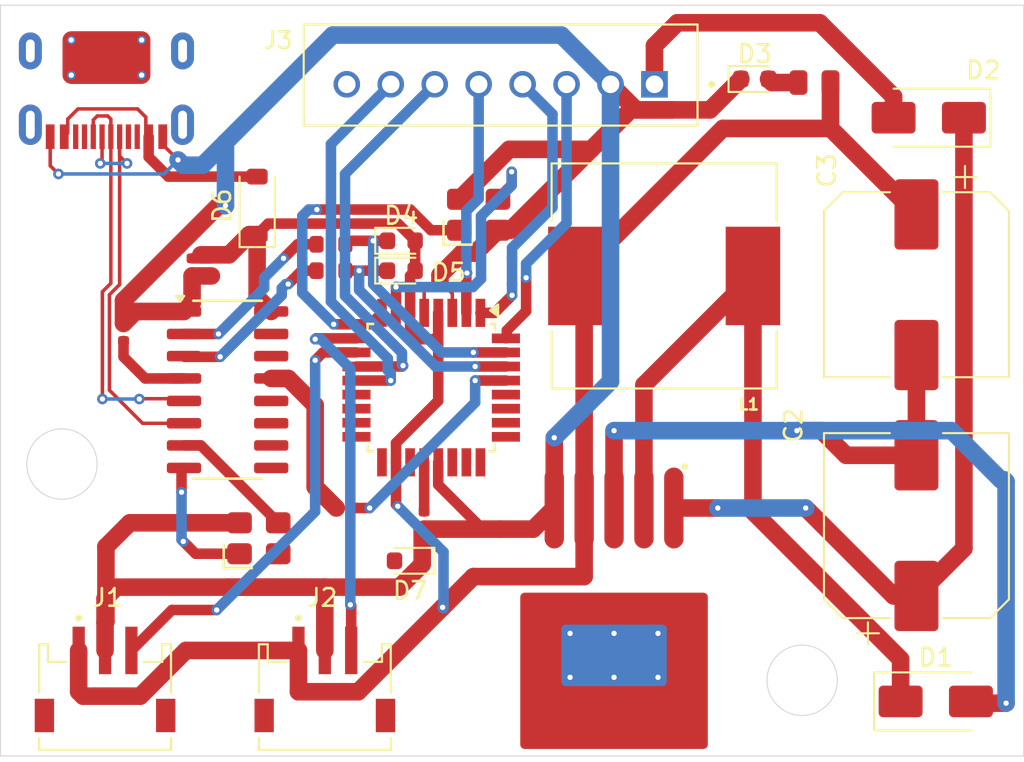
<source format=kicad_pcb>
(kicad_pcb (version 20241229) (generator "pcbnew") (generator_version "9.0")
  (layers (0 "F.Cu" signal) (2 "B.Cu" signal) (13 "F.Paste" user) (15 "B.Paste" user) (5 "F.SilkS" user "F.Silkscreen") (7 "B.SilkS" user "B.Silkscreen") (1 "F.Mask" user) (3 "B.Mask" user) (25 "Edge.Cuts" user))
  (net 0 "")
  (net 26 "GND")
  (net 27 "+5V")
  (net 28 "Net-(D1-K)")
  (net 29 "Net-(U2-AREF)")
  (net 30 "+3.3V")
  (net 31 "RESET")
  (net 32 "Net-(U1-~{DTR})")
  (net 33 "+12V")
  (net 34 "Net-(D2-K)")
  (net 35 "WS2812_D1")
  (net 36 "WS2812_D2")
  (net 37 "Net-(U1-UD-)")
  (net 39 "Net-(U1-UD+)")
  (net 47 "Net-(D3-A)")
  (net 48 "Net-(D5-K)")
  (net 49 "Net-(U1-RXD)")
  (net 50 "Net-(D4-K)")
  (net 51 "Net-(U1-TXD)")
  (net 52 "Net-(D7-A)")
  (net 53 "X00")
  (net 54 "X01")
  (net 55 "Night_Blinker")
  (net 56 "X1")
  (net 57 "Right_Blinker")
  (net 58 "Reverse_Light")
  (net 59 "Left_Blinker")
  (net 60 "Net-(U2-XTAL1{slash}PB6)")
  (net 61 "Brake_Light")
  (net 70 "Net-(D6-A)")
  (footprint "PCM_JLCPCB:C_0402" (layer "F.Cu") (at 157.1 55.5 90)
    (property "Reference" "C4" (hide yes))
    (property "Value" "100nF")
    (pad "1" smd roundrect (at -0.5 0 90) (size 0.56 0.62) (layers "F.Cu" "F.Mask" "F.Paste") (net 26 "GND"))
    (pad "2" smd roundrect (at 0.5 0 90) (size 0.56 0.62) (layers "F.Cu" "F.Mask" "F.Paste") (net 29 "Net-(U2-AREF)"))
  )
  (footprint "Capacitor_SMD:CP_Elec_10x10" (layer "F.Cu") (at 185.1 55.8 90)
    (property "Reference" "C2" (at 5.7 -7 90) (layer "F.SilkS"))
    (property "Value" "220uF 35V")
    (pad "1" smd roundrect (at -4 0 90) (size 4 2.5) (layers "F.Cu" "F.Mask" "F.Paste") (roundrect_rratio 0.1) (net 34 "Net-(D2-K)"))
    (pad "2" smd roundrect (at 4 0 90) (size 4 2.5) (layers "F.Cu" "F.Mask" "F.Paste") (roundrect_rratio 0.1) (net 26 "GND"))
  )
  (footprint "PCM_JLCPCB:PG-TO-263-5_L10.2-W8.7-P1.70-LS14.4-BR" (layer "F.Cu") (at 167.9 59.43 90)
    (property "Reference" "U4" (hide yes))
    (property "Value" "LM2576SX")
    (pad "1" smd oval (at 4.63 3.4 90) (size 4.6 1.1) (layers "F.Cu" "F.Mask" "F.Paste") (net 34 "Net-(D2-K)"))
    (pad "2" smd oval (at 4.63 1.7 90) (size 4.6 1.1) (layers "F.Cu" "F.Mask" "F.Paste") (net 28 "Net-(D1-K)"))
    (pad "3" smd oval (at 4.63 0 90) (size 4.6 1.1) (layers "F.Cu" "F.Mask" "F.Paste") (net 26 "GND"))
    (pad "4" smd oval (at 4.63 -1.7 90) (size 4.6 1.1) (layers "F.Cu" "F.Mask" "F.Paste") (net 27 "+5V"))
    (pad "5" smd oval (at 4.63 -3.4 90) (size 4.6 1.1) (layers "F.Cu" "F.Mask" "F.Paste") (net 26 "GND"))
    (pad "6" thru_hole circle (at -5 -2.5 180) (size 0.5 0.5) (drill 0.3) (layers "*.Cu" "F.Mask"))
    (pad "6" thru_hole circle (at -5 0 180) (size 0.5 0.5) (drill 0.3) (layers "*.Cu" "F.Mask"))
    (pad "6" thru_hole circle (at -5 2.5 180) (size 0.5 0.5) (drill 0.3) (layers "*.Cu" "F.Mask"))
    (pad "6" smd roundrect (at -4.63 0 90) (size 8.89 10.67) (layers "F.Cu" "F.Mask" "F.Paste") (roundrect_rratio 0.02812148481))
    (pad "6" smd roundrect (at -3.75 0 90) (size 3.5 6) (layers "B.Cu") (roundrect_rratio 0.07142857143))
    (pad "6" thru_hole circle (at -2.5 -2.5 180) (size 0.5 0.5) (drill 0.3) (layers "*.Cu" "F.Mask"))
    (pad "6" thru_hole circle (at -2.5 0 180) (size 0.5 0.5) (drill 0.3) (layers "*.Cu" "F.Mask"))
    (pad "6" thru_hole circle (at -2.5 2.5 180) (size 0.5 0.5) (drill 0.3) (layers "*.Cu" "F.Mask"))
  )
  (footprint "PCM_JLCPCB:C_0402" (layer "F.Cu") (at 143.9 41.1 -90)
    (property "Reference" "C1" (hide yes))
    (property "Value" "100nF")
    (pad "1" smd roundrect (at -0.5 0 270) (size 0.56 0.62) (layers "F.Cu" "F.Mask" "F.Paste") (net 27 "+5V"))
    (pad "2" smd roundrect (at 0.5 0 270) (size 0.56 0.62) (layers "F.Cu" "F.Mask" "F.Paste") (net 26 "GND"))
  )
  (footprint "PCM_JLCPCB:TYPE-C-SMD_HX-TYPE-C-16PIN" (layer "F.Cu") (at 139.03 31.18 180)
    (property "Reference" "J4" (hide yes))
    (property "Value" "Connector, USB-TYPE-C-16P")
    (pad "" np_thru_hole circle (at -2.89 -1.3 180) (size 0.6 0.6) (drill 0.6) (layers "*.Cu" "*.Mask"))
    (pad "" np_thru_hole circle (at 2.89 -1.3 180) (size 0.6 0.6) (drill 0.6) (layers "*.Cu" "*.Mask"))
    (pad "A5" smd rect (at -1.25 -2.5 180) (size 0.3 1.4) (layers "F.Cu" "F.Mask" "F.Paste"))
    (pad "A6" smd rect (at -0.25 -2.5 180) (size 0.3 1.4) (layers "F.Cu" "F.Mask" "F.Paste") (net 39 "Net-(U1-UD+)"))
    (pad "A7" smd rect (at 0.25 -2.5 180) (size 0.3 1.4) (layers "F.Cu" "F.Mask" "F.Paste") (net 37 "Net-(U1-UD-)"))
    (pad "A8" smd rect (at 1.25 -2.5 180) (size 0.3 1.4) (layers "F.Cu" "F.Mask" "F.Paste"))
    (pad "A9B4" smd rect (at 2.4 -2.5 180) (size 0.5 1.4) (layers "F.Cu" "F.Mask" "F.Paste") (net 70 "Net-(D6-A)"))
    (pad "A12B1" smd rect (at 3.2 -2.5 180) (size 0.5 1.4) (layers "F.Cu" "F.Mask" "F.Paste") (net 26 "GND"))
    (pad "B5" smd rect (at 1.75 -2.5 180) (size 0.3 1.4) (layers "F.Cu" "F.Mask" "F.Paste"))
    (pad "B6" smd rect (at 0.75 -2.5 180) (size 0.3 1.4) (layers "F.Cu" "F.Mask" "F.Paste") (net 39 "Net-(U1-UD+)"))
    (pad "B7" smd rect (at -0.75 -2.5 180) (size 0.3 1.4) (layers "F.Cu" "F.Mask" "F.Paste") (net 37 "Net-(U1-UD-)"))
    (pad "B8" smd rect (at -1.75 -2.5 180) (size 0.3 1.4) (layers "F.Cu" "F.Mask" "F.Paste"))
    (pad "B9A4" smd rect (at -2.4 -2.5 180) (size 0.5 1.4) (layers "F.Cu" "F.Mask" "F.Paste") (net 70 "Net-(D6-A)"))
    (pad "B12A1" smd rect (at -3.2 -2.5 180) (size 0.5 1.4) (layers "F.Cu" "F.Mask" "F.Paste") (net 26 "GND"))
    (pad "S1" thru_hole oval (at -4.33 -1.82 180) (size 1.3 2.3) (drill oval 0.5 1.6) (layers "*.Cu" "*.Mask"))
    (pad "S1" thru_hole oval (at -4.33 2.38 180) (size 1.3 2.1) (drill oval 0.5 1.3) (layers "*.Cu" "*.Mask"))
    (pad "S1" thru_hole circle (at -2 1 180) (size 0.5 0.5) (drill 0.3) (layers "*.Cu" "*.Mask"))
    (pad "S1" thru_hole circle (at -2 3 180) (size 0.5 0.5) (drill 0.3) (layers "*.Cu" "*.Mask"))
    (pad "S1" smd roundrect (at 0 2 180) (size 5 3) (layers "F.Cu" "F.Mask" "F.Paste") (roundrect_rratio 0.1666666667))
    (pad "S1" thru_hole circle (at 2 1 180) (size 0.5 0.5) (drill 0.3) (layers "*.Cu" "*.Mask"))
    (pad "S1" thru_hole circle (at 2 3 180) (size 0.5 0.5) (drill 0.3) (layers "*.Cu" "*.Mask"))
    (pad "S1" thru_hole oval (at 4.33 -1.82 180) (size 1.3 2.3) (drill oval 0.5 1.6) (layers "*.Cu" "*.Mask"))
    (pad "S1" thru_hole oval (at 4.33 2.38 180) (size 1.3 2.1) (drill oval 0.5 1.3) (layers "*.Cu" "*.Mask"))
  )
  (footprint "PCM_JLCPCB:OSC-SMD_4P-L3.2-W2.5-BL" (layer "F.Cu") (at 147.7 56.52)
    (property "Reference" "X2" (hide yes))
    (property "Value" "X322516MLB4SI")
    (pad "1" smd roundrect (at -1.1 0.88) (size 1.4 1.2) (layers "F.Cu" "F.Mask" "F.Paste") (roundrect_rratio 0.2083333333) (net 53 "X00"))
    (pad "2" smd roundrect (at 1.1 0.88) (size 1.4 1.2) (layers "F.Cu" "F.Mask" "F.Paste") (roundrect_rratio 0.2083333333) (net 26 "GND"))
    (pad "3" smd roundrect (at 1.1 -0.88) (size 1.4 1.2) (layers "F.Cu" "F.Mask" "F.Paste") (roundrect_rratio 0.2083333333) (net 54 "X01"))
    (pad "4" smd roundrect (at -1.1 -0.88) (size 1.4 1.2) (layers "F.Cu" "F.Mask" "F.Paste") (roundrect_rratio 0.2083333333) (net 26 "GND"))
  )
  (footprint "PCM_JLCPCB:C_0402" (layer "F.Cu") (at 145 41.1 -90)
    (property "Reference" "C10" (hide yes))
    (property "Value" "4.7uF")
    (pad "1" smd roundrect (at -0.5 0 270) (size 0.56 0.62) (layers "F.Cu" "F.Mask" "F.Paste") (net 27 "+5V"))
    (pad "2" smd roundrect (at 0.5 0 270) (size 0.56 0.62) (layers "F.Cu" "F.Mask" "F.Paste") (net 26 "GND"))
  )
  (footprint "PCM_JLCPCB:R_0603" (layer "F.Cu") (at 151.8 41.3 180)
    (property "Reference" "R2" (hide yes))
    (property "Value" "1kΩ")
    (pad "1" smd roundrect (at -0.82 0 180) (size 0.8 0.95) (layers "F.Cu" "F.Mask" "F.Paste") (net 48 "Net-(D5-K)"))
    (pad "2" smd roundrect (at 0.82 0 180) (size 0.8 0.95) (layers "F.Cu" "F.Mask" "F.Paste") (net 49 "Net-(U1-RXD)"))
  )
  (footprint "LED_SMD:LED_0603_1608Metric" (layer "F.Cu") (at 175.9 30.4)
    (property "Reference" "D3" (at 0 -1.43 0) (layer "F.SilkS"))
    (property "Value" "LED")
    (pad "1" smd roundrect (at -0.7875 0) (size 0.875 0.95) (layers "F.Cu" "F.Mask" "F.Paste") (net 26 "GND"))
    (pad "2" smd roundrect (at 0.7875 0) (size 0.875 0.95) (layers "F.Cu" "F.Mask" "F.Paste") (net 47 "Net-(D3-A)"))
  )
  (footprint "Diode_SMD:D_SOD-123" (layer "F.Cu") (at 147.6 37.6 90)
    (property "Reference" "D6" (at 0 -2 90) (layer "F.SilkS"))
    (property "Value" "MBR0520LT")
    (pad "1" smd roundrect (at -1.65 0 90) (size 0.9 1.2) (layers "F.Cu" "F.Mask" "F.Paste") (net 27 "+5V"))
    (pad "2" smd roundrect (at 1.65 0 90) (size 0.9 1.2) (layers "F.Cu" "F.Mask" "F.Paste") (net 70 "Net-(D6-A)"))
  )
  (footprint "LED_SMD:LED_0603_1608Metric" (layer "F.Cu") (at 156.2 57.8 180)
    (property "Reference" "D7" (at -0.1 -1.7 0) (layer "F.SilkS"))
    (property "Value" "LED")
    (pad "1" smd roundrect (at -0.7875 0 180) (size 0.875 0.95) (layers "F.Cu" "F.Mask" "F.Paste") (net 26 "GND"))
    (pad "2" smd roundrect (at 0.7875 0 180) (size 0.875 0.95) (layers "F.Cu" "F.Mask" "F.Paste") (net 52 "Net-(D7-A)"))
  )
  (footprint "LED_SMD:LED_0603_1608Metric" (layer "F.Cu") (at 155.8 39.6)
    (property "Reference" "D4" (at 0 -1.43 0) (layer "F.SilkS"))
    (property "Value" "LED")
    (pad "1" smd roundrect (at -0.7875 0) (size 0.875 0.95) (layers "F.Cu" "F.Mask" "F.Paste") (net 50 "Net-(D4-K)"))
    (pad "2" smd roundrect (at 0.7875 0) (size 0.875 0.95) (layers "F.Cu" "F.Mask" "F.Paste") (net 27 "+5V"))
  )
  (footprint "Capacitor_SMD:CP_Elec_10x10" (layer "F.Cu") (at 185.1 42.1 -90)
    (property "Reference" "C3" (at -6.5 5.1 90) (layer "F.SilkS"))
    (property "Value" "470uF 16V")
    (pad "1" smd roundrect (at -4 0 270) (size 4 2.5) (layers "F.Cu" "F.Mask" "F.Paste") (roundrect_rratio 0.1) (net 27 "+5V"))
    (pad "2" smd roundrect (at 4 0 270) (size 4 2.5) (layers "F.Cu" "F.Mask" "F.Paste") (roundrect_rratio 0.1) (net 26 "GND"))
  )
  (footprint "PCM_JLCPCB:C_0402" (layer "F.Cu") (at 152.6 54.8 180)
    (property "Reference" "C9" (hide yes))
    (property "Value" "100nF")
    (pad "1" smd roundrect (at -0.5 0 180) (size 0.56 0.62) (layers "F.Cu" "F.Mask" "F.Paste") (net 31 "RESET"))
    (pad "2" smd roundrect (at 0.5 0 180) (size 0.56 0.62) (layers "F.Cu" "F.Mask" "F.Paste") (net 32 "Net-(U1-~{DTR})"))
  )
  (footprint "S3B-ZR-SM4A-TF:JST_S3B-ZR-SM4A-TF" (layer "F.Cu") (at 151.45 66.6)
    (property "Reference" "J2" (at -0.15 -6.7 0) (layer "F.SilkS"))
    (property "Value" "S3B-ZR-SM4A-TF")
    (pad "1" smd rect (at -1.5 -3.7) (size 0.7 2.7) (layers "F.Cu" "F.Mask" "F.Paste") (net 27 "+5V"))
    (pad "2" smd rect (at 0 -3.7) (size 0.7 2.7) (layers "F.Cu" "F.Mask" "F.Paste") (net 26 "GND"))
    (pad "3" smd rect (at 1.5 -3.7) (size 0.7 2.7) (layers "F.Cu" "F.Mask" "F.Paste") (net 36 "WS2812_D2"))
    (pad "SH1" smd rect (at -3.45 0) (size 1.1 1.9) (layers "F.Cu" "F.Mask" "F.Paste"))
    (pad "SH2" smd rect (at 3.45 0) (size 1.1 1.9) (layers "F.Cu" "F.Mask" "F.Paste"))
  )
  (footprint "PCM_JLCPCB:OSC-SMD_4P-L3.2-W2.5-BL" (layer "F.Cu") (at 160.2 38.12)
    (property "Reference" "X1" (hide yes))
    (property "Value" "X322516MLB4SI")
    (pad "1" smd roundrect (at -1.1 0.88) (size 1.4 1.2) (layers "F.Cu" "F.Mask" "F.Paste") (roundrect_rratio 0.2083333333) (net 56 "X1"))
    (pad "2" smd roundrect (at 1.1 0.88) (size 1.4 1.2) (layers "F.Cu" "F.Mask" "F.Paste") (roundrect_rratio 0.2083333333) (net 26 "GND"))
    (pad "3" smd roundrect (at 1.1 -0.88) (size 1.4 1.2) (layers "F.Cu" "F.Mask" "F.Paste") (roundrect_rratio 0.2083333333) (net 60 "Net-(U2-XTAL1{slash}PB6)"))
    (pad "4" smd roundrect (at -1.1 -0.88) (size 1.4 1.2) (layers "F.Cu" "F.Mask" "F.Paste") (roundrect_rratio 0.2083333333) (net 26 "GND"))
  )
  (footprint "PCM_JLCPCB:TQFP-32_7x7mm_P0.8mm" (layer "F.Cu") (at 157.5 47.95 -90)
    (property "Reference" "U2" (hide yes))
    (property "Value" "ATmega328P-AU")
    (pad "1" smd rect (at -4.25 -2.8 270) (size 1.6 0.55) (layers "F.Cu" "F.Mask" "F.Paste") (net 57 "Right_Blinker"))
    (pad "2" smd rect (at -4.25 -2 270) (size 1.6 0.55) (layers "F.Cu" "F.Mask" "F.Paste") (net 61 "Brake_Light"))
    (pad "3" smd rect (at -4.25 -1.2 270) (size 1.6 0.55) (layers "F.Cu" "F.Mask" "F.Paste") (net 26 "GND"))
    (pad "4" smd rect (at -4.25 -0.4 270) (size 1.6 0.55) (layers "F.Cu" "F.Mask" "F.Paste") (net 27 "+5V"))
    (pad "5" smd rect (at -4.25 0.4 270) (size 1.6 0.55) (layers "F.Cu" "F.Mask" "F.Paste") (net 26 "GND"))
    (pad "6" smd rect (at -4.25 1.2 270) (size 1.6 0.55) (layers "F.Cu" "F.Mask" "F.Paste") (net 27 "+5V"))
    (pad "7" smd rect (at -4.25 2 270) (size 1.6 0.55) (layers "F.Cu" "F.Mask" "F.Paste") (net 60 "Net-(U2-XTAL1{slash}PB6)"))
    (pad "8" smd rect (at -4.25 2.8 270) (size 1.6 0.55) (layers "F.Cu" "F.Mask" "F.Paste") (net 56 "X1"))
    (pad "9" smd rect (at -2.8 4.25) (size 1.6 0.55) (layers "F.Cu" "F.Mask" "F.Paste") (net 36 "WS2812_D2"))
    (pad "10" smd rect (at -2 4.25) (size 1.6 0.55) (layers "F.Cu" "F.Mask" "F.Paste") (net 35 "WS2812_D1"))
    (pad "11" smd rect (at -1.2 4.25) (size 1.6 0.55) (layers "F.Cu" "F.Mask" "F.Paste") (net 55 "Night_Blinker"))
    (pad "12" smd rect (at -0.4 4.25) (size 1.6 0.55) (layers "F.Cu" "F.Mask" "F.Paste") (net 58 "Reverse_Light"))
    (pad "13" smd rect (at 0.4 4.25) (size 1.6 0.55) (layers "F.Cu" "F.Mask" "F.Paste"))
    (pad "14" smd rect (at 1.2 4.25) (size 1.6 0.55) (layers "F.Cu" "F.Mask" "F.Paste"))
    (pad "15" smd rect (at 2 4.25) (size 1.6 0.55) (layers "F.Cu" "F.Mask" "F.Paste"))
    (pad "16" smd rect (at 2.8 4.25) (size 1.6 0.55) (layers "F.Cu" "F.Mask" "F.Paste"))
    (pad "17" smd rect (at 4.25 2.8 270) (size 1.6 0.55) (layers "F.Cu" "F.Mask" "F.Paste"))
    (pad "18" smd rect (at 4.25 2 270) (size 1.6 0.55) (layers "F.Cu" "F.Mask" "F.Paste") (net 27 "+5V"))
    (pad "19" smd rect (at 4.25 1.2 270) (size 1.6 0.55) (layers "F.Cu" "F.Mask" "F.Paste"))
    (pad "20" smd rect (at 4.25 0.4 270) (size 1.6 0.55) (layers "F.Cu" "F.Mask" "F.Paste") (net 29 "Net-(U2-AREF)"))
    (pad "21" smd rect (at 4.25 -0.4 270) (size 1.6 0.55) (layers "F.Cu" "F.Mask" "F.Paste") (net 26 "GND"))
    (pad "22" smd rect (at 4.25 -1.2 270) (size 1.6 0.55) (layers "F.Cu" "F.Mask" "F.Paste"))
    (pad "23" smd rect (at 4.25 -2 270) (size 1.6 0.55) (layers "F.Cu" "F.Mask" "F.Paste"))
    (pad "24" smd rect (at 4.25 -2.8 270) (size 1.6 0.55) (layers "F.Cu" "F.Mask" "F.Paste"))
    (pad "25" smd rect (at 2.8 -4.25) (size 1.6 0.55) (layers "F.Cu" "F.Mask" "F.Paste"))
    (pad "26" smd rect (at 2 -4.25) (size 1.6 0.55) (layers "F.Cu" "F.Mask" "F.Paste"))
    (pad "27" smd rect (at 1.2 -4.25) (size 1.6 0.55) (layers "F.Cu" "F.Mask" "F.Paste"))
    (pad "28" smd rect (at 0.4 -4.25) (size 1.6 0.55) (layers "F.Cu" "F.Mask" "F.Paste"))
    (pad "29" smd rect (at -0.4 -4.25) (size 1.6 0.55) (layers "F.Cu" "F.Mask" "F.Paste") (net 31 "RESET"))
    (pad "30" smd rect (at -1.2 -4.25) (size 1.6 0.55) (layers "F.Cu" "F.Mask" "F.Paste") (net 48 "Net-(D5-K)"))
    (pad "31" smd rect (at -2 -4.25) (size 1.6 0.55) (layers "F.Cu" "F.Mask" "F.Paste") (net 50 "Net-(D4-K)"))
    (pad "32" smd rect (at -2.8 -4.25) (size 1.6 0.55) (layers "F.Cu" "F.Mask" "F.Paste") (net 59 "Left_Blinker"))
  )
  (footprint "LED_SMD:LED_0603_1608Metric" (layer "F.Cu") (at 155.8 41.3)
    (property "Reference" "D5" (at 2.7 0.1 0) (layer "F.SilkS"))
    (property "Value" "LED")
    (pad "1" smd roundrect (at -0.7875 0) (size 0.875 0.95) (layers "F.Cu" "F.Mask" "F.Paste") (net 48 "Net-(D5-K)"))
    (pad "2" smd roundrect (at 0.7875 0) (size 0.875 0.95) (layers "F.Cu" "F.Mask" "F.Paste") (net 27 "+5V"))
  )
  (footprint "JST XH:CONN 8 JST_B8B-XH-A" (layer "F.Cu") (at 161.45 30.175)
    (property "Reference" "J3" (at -12.65 -1.975 0) (layer "F.SilkS") (effects (font (size 0.944882 0.944882))))
    (property "Value" "B8B-XH-A")
    (pad "1" thru_hole rect (at 8.75 0.525) (size 1.508 1.508) (drill 1) (layers "*.Cu" "*.Mask") (net 33 "+12V"))
    (pad "2" thru_hole circle (at 6.25 0.525) (size 1.508 1.508) (drill 1) (layers "*.Cu" "*.Mask") (net 26 "GND"))
    (pad "3" thru_hole circle (at 3.75 0.525) (size 1.508 1.508) (drill 1) (layers "*.Cu" "*.Mask") (net 59 "Left_Blinker"))
    (pad "4" thru_hole circle (at 1.25 0.525) (size 1.508 1.508) (drill 1) (layers "*.Cu" "*.Mask") (net 57 "Right_Blinker"))
    (pad "5" thru_hole circle (at -1.25 0.525) (size 1.508 1.508) (drill 1) (layers "*.Cu" "*.Mask") (net 61 "Brake_Light"))
    (pad "6" thru_hole circle (at -3.75 0.525) (size 1.508 1.508) (drill 1) (layers "*.Cu" "*.Mask") (net 55 "Night_Blinker"))
    (pad "7" thru_hole circle (at -6.25 0.525) (size 1.508 1.508) (drill 1) (layers "*.Cu" "*.Mask") (net 58 "Reverse_Light"))
    (pad "8" thru_hole circle (at -8.75 0.525) (size 1.508 1.508) (drill 1) (layers "*.Cu" "*.Mask"))
  )
  (footprint "B82477G4472M000:IND_B82477G4472M000" (layer "F.Cu") (at 170.75 41.6 180)
    (property "Reference" "L1" (at -4.818 -7.3064 0) (layer "F.SilkS") (effects (font (size 0.64 0.64))))
    (property "Value" "100uH")
    (pad "1" smd rect (at -5.05 0 180) (size 3.1 5.6) (layers "F.Cu" "F.Mask" "F.Paste") (net 28 "Net-(D1-K)"))
    (pad "2" smd rect (at 5.05 0 180) (size 3.1 5.6) (layers "F.Cu" "F.Mask" "F.Paste") (net 27 "+5V"))
  )
  (footprint "S3B-ZR-SM4A-TF:JST_S3B-ZR-SM4A-TF" (layer "F.Cu") (at 138.95 66.6)
    (property "Reference" "J1" (at 0.15 -6.7 0) (layer "F.SilkS"))
    (property "Value" "S3B-ZR-SM4A-TF")
    (pad "1" smd rect (at -1.5 -3.7) (size 0.7 2.7) (layers "F.Cu" "F.Mask" "F.Paste") (net 27 "+5V"))
    (pad "2" smd rect (at 0 -3.7) (size 0.7 2.7) (layers "F.Cu" "F.Mask" "F.Paste") (net 26 "GND"))
    (pad "3" smd rect (at 1.5 -3.7) (size 0.7 2.7) (layers "F.Cu" "F.Mask" "F.Paste") (net 35 "WS2812_D1"))
    (pad "SH1" smd rect (at -3.45 0) (size 1.1 1.9) (layers "F.Cu" "F.Mask" "F.Paste"))
    (pad "SH2" smd rect (at 3.45 0) (size 1.1 1.9) (layers "F.Cu" "F.Mask" "F.Paste"))
  )
  (footprint "PCM_JLCPCB:R_0805" (layer "F.Cu") (at 179.3 30.6 180)
    (property "Reference" "R1" (hide yes))
    (property "Value" "150Ω")
    (pad "1" smd roundrect (at -0.91 0 180) (size 1.02 1.4) (layers "F.Cu" "F.Mask" "F.Paste") (roundrect_rratio 0.243902) (net 27 "+5V"))
    (pad "2" smd roundrect (at 0.91 0 180) (size 1.02 1.4) (layers "F.Cu" "F.Mask" "F.Paste") (roundrect_rratio 0.243902) (net 47 "Net-(D3-A)"))
  )
  (footprint "PCM_JLCPCB:C_0402" (layer "F.Cu") (at 140 44.8 -90)
    (property "Reference" "C6" (hide yes))
    (property "Value" "100nF")
    (pad "1" smd roundrect (at -0.5 0 270) (size 0.56 0.62) (layers "F.Cu" "F.Mask" "F.Paste") (net 26 "GND"))
    (pad "2" smd roundrect (at 0.5 0 270) (size 0.56 0.62) (layers "F.Cu" "F.Mask" "F.Paste") (net 30 "+3.3V"))
  )
  (footprint "PCM_JLCPCB:SOIC-16_3.9x9.9mm_P1.27mm" (layer "F.Cu") (at 145.92 48.07)
    (property "Reference" "U1" (hide yes))
    (property "Value" "CH340G")
    (pad "1" smd roundrect (at -2.48 -4.45) (size 1.95 0.6) (layers "F.Cu" "F.Mask" "F.Paste") (net 26 "GND"))
    (pad "2" smd roundrect (at -2.48 -3.17) (size 1.95 0.6) (layers "F.Cu" "F.Mask" "F.Paste") (net 51 "Net-(U1-TXD)"))
    (pad "3" smd roundrect (at -2.48 -1.91) (size 1.95 0.6) (layers "F.Cu" "F.Mask" "F.Paste") (net 49 "Net-(U1-RXD)"))
    (pad "4" smd roundrect (at -2.48 -0.64) (size 1.95 0.6) (layers "F.Cu" "F.Mask" "F.Paste") (net 30 "+3.3V"))
    (pad "5" smd roundrect (at -2.48 0.64) (size 1.95 0.6) (layers "F.Cu" "F.Mask" "F.Paste") (net 39 "Net-(U1-UD+)"))
    (pad "6" smd roundrect (at -2.48 1.91) (size 1.95 0.6) (layers "F.Cu" "F.Mask" "F.Paste") (net 37 "Net-(U1-UD-)"))
    (pad "7" smd roundrect (at -2.48 3.17) (size 1.95 0.6) (layers "F.Cu" "F.Mask" "F.Paste") (net 54 "X01"))
    (pad "8" smd roundrect (at -2.48 4.45) (size 1.95 0.6) (layers "F.Cu" "F.Mask" "F.Paste") (net 53 "X00"))
    (pad "9" smd roundrect (at 2.48 4.45) (size 1.95 0.6) (layers "F.Cu" "F.Mask" "F.Paste"))
    (pad "10" smd roundrect (at 2.48 3.17) (size 1.95 0.6) (layers "F.Cu" "F.Mask" "F.Paste"))
    (pad "11" smd roundrect (at 2.48 1.91) (size 1.95 0.6) (layers "F.Cu" "F.Mask" "F.Paste"))
    (pad "12" smd roundrect (at 2.48 0.64) (size 1.95 0.6) (layers "F.Cu" "F.Mask" "F.Paste"))
    (pad "13" smd roundrect (at 2.48 -0.64) (size 1.95 0.6) (layers "F.Cu" "F.Mask" "F.Paste") (net 32 "Net-(U1-~{DTR})"))
    (pad "14" smd roundrect (at 2.48 -1.91) (size 1.95 0.6) (layers "F.Cu" "F.Mask" "F.Paste"))
    (pad "15" smd roundrect (at 2.48 -3.17) (size 1.95 0.6) (layers "F.Cu" "F.Mask" "F.Paste"))
    (pad "16" smd roundrect (at 2.48 -4.45) (size 1.95 0.6) (layers "F.Cu" "F.Mask" "F.Paste") (net 27 "+5V"))
  )
  (footprint "Diode_SMD:D_SMA" (layer "F.Cu") (at 186.2 65.8)
    (property "Reference" "D1" (at 0 -2.5 0) (layer "F.SilkS"))
    (property "Value" "SS14")
    (pad "1" smd roundrect (at -2 0) (size 2.5 1.8) (layers "F.Cu" "F.Mask" "F.Paste") (roundrect_rratio 0.1388888889) (net 28 "Net-(D1-K)"))
    (pad "2" smd roundrect (at 2 0) (size 2.5 1.8) (layers "F.Cu" "F.Mask" "F.Paste") (roundrect_rratio 0.1388888889) (net 26 "GND"))
  )
  (footprint "Diode_SMD:D_SMA" (layer "F.Cu") (at 185.8 32.6 180)
    (property "Reference" "D2" (at -3.1 2.7 0) (layer "F.SilkS"))
    (property "Value" "SS14")
    (pad "1" smd roundrect (at -2 0 180) (size 2.5 1.8) (layers "F.Cu" "F.Mask" "F.Paste") (roundrect_rratio 0.1388888889) (net 34 "Net-(D2-K)"))
    (pad "2" smd roundrect (at 2 0 180) (size 2.5 1.8) (layers "F.Cu" "F.Mask" "F.Paste") (roundrect_rratio 0.1388888889) (net 33 "+12V"))
  )
  (footprint "PCM_JLCPCB:R_0603" (layer "F.Cu") (at 151.8 39.8 180)
    (property "Reference" "R3" (hide yes))
    (property "Value" "1kΩ")
    (pad "1" smd roundrect (at -0.82 0 180) (size 0.8 0.95) (layers "F.Cu" "F.Mask" "F.Paste") (net 50 "Net-(D4-K)"))
    (pad "2" smd roundrect (at 0.82 0 180) (size 0.8 0.95) (layers "F.Cu" "F.Mask" "F.Paste") (net 51 "Net-(U1-TXD)"))
  )
  (gr_rect (start 133 26.2) (end 191.2 68.9) (stroke (width 0.05)) (fill no) (layer "Edge.Cuts"))
  (gr_circle (center 136.5 52.3) (end 136.5 54.3) (stroke (width 0.05)) (fill no) (layer "Edge.Cuts"))
  (gr_circle (center 178.6 64.6) (end 180.2 65.8) (stroke (width 0.05)) (fill no) (layer "Edge.Cuts"))
  (segment (start 157.7 41.9) (end 158 41.9) (width 0.2) (layer "F.Cu") (net 26))
  (segment (start 168.845 32.155) (end 171.2 32.155) (width 1) (layer "F.Cu") (net 26))
  (segment (start 145.396764 37.6) (end 145.8 37.6) (width 1) (layer "F.Cu") (net 26))
  (segment (start 159.999 40.301) (end 159.250596 40.301) (width 1) (layer "F.Cu") (net 26))
  (segment (start 188.3 65.9) (end 188.2 65.8) (width 1) (layer "F.Cu") (net 26))
  (segment (start 139 57) (end 139 61.25) (width 1) (layer "F.Cu") (net 26))
  (segment (start 158 41.9) (end 158.7 42.6) (width 0.2) (layer "F.Cu") (net 26))
  (segment (start 173.3575 32.155) (end 171.2 32.155) (width 1) (layer "F.Cu") (net 26))
  (segment (start 156.9875 58.006784) (end 155.694284 59.3) (width 1) (layer "F.Cu") (net 26))
  (segment (start 159.250596 40.301) (end 158 41.551596) (width 1) (layer "F.Cu") (net 26))
  (segment (start 158.7 42.6) (end 158.7 43.7) (width 0.2) (layer "F.Cu") (net 26))
  (segment (start 143.1 35) (end 142.23 34.13) (width 0.2) (layer "F.Cu") (net 26))
  (segment (start 164.5 54.8) (end 164.5 50.8) (width 1) (layer "F.Cu") (net 26))
  (segment (start 140 42.996764) (end 145.396764 37.6) (width 1) (layer "F.Cu") (net 26))
  (segment (start 157.1 43.7) (end 157.1 42.5) (width 0.2) (layer "F.Cu") (net 26))
  (segment (start 138.95 61.3) (end 138.95 62.9) (width 1) (layer "F.Cu") (net 26))
  (segment (start 140 44.3) (end 140 42.996764) (width 1) (layer "F.Cu") (net 26))
  (segment (start 169.155 32.155) (end 167.7 30.7) (width 1) (layer "F.Cu") (net 26))
  (segment (start 156.9875 56.1125) (end 157.1 56) (width 1) (layer "F.Cu") (net 26))
  (segment (start 161.3 39) (end 159.999 40.301) (width 1) (layer "F.Cu") (net 26))
  (segment (start 140.68 43.62) (end 140 44.3) (width 1) (layer "F.Cu") (net 26))
  (segment (start 145.9 59.3) (end 139.6 59.3) (width 1) (layer "F.Cu") (net 26))
  (segment (start 164.5 54.8) (end 163.3 56) (width 1) (layer "F.Cu") (net 26))
  (segment (start 157.9 53.477) (end 160.423 56) (width 0.6) (layer "F.Cu") (net 26))
  (segment (start 143.44 43.62) (end 140.68 43.62) (width 1) (layer "F.Cu") (net 26))
  (segment (start 161.3 39) (end 162 39) (width 1) (layer "F.Cu") (net 26))
  (segment (start 163.3 56) (end 161.4 56) (width 1) (layer "F.Cu") (net 26))
  (segment (start 155.694284 59.3) (end 145.9 59.3) (width 1) (layer "F.Cu") (net 26))
  (segment (start 145 41.6) (end 143.9 41.6) (width 1) (layer "F.Cu") (net 26))
  (segment (start 167.9 50.4) (end 167.9 54.8) (width 1) (layer "F.Cu") (net 26))
  (segment (start 175.1125 30.4) (end 173.3575 32.155) (width 1) (layer "F.Cu") (net 26))
  (segment (start 146.6 55.64) (end 140.36 55.64) (width 1) (layer "F.Cu") (net 26))
  (segment (start 166.6 34.4) (end 168.845 32.155) (width 1) (layer "F.Cu") (net 26))
  (segment (start 135.83 35.33) (end 136.3 35.8) (width 0.2) (layer "F.Cu") (net 26))
  (segment (start 161.4 56) (end 157.1 56) (width 1) (layer "F.Cu") (net 26))
  (segment (start 160.423 56) (end 161.4 56) (width 0.6) (layer "F.Cu") (net 26))
  (segment (start 181.1 51.8) (end 185.1 51.8) (width 1) (layer "F.Cu") (net 26))
  (segment (start 178.3 50.4) (end 179.7 50.4) (width 1) (layer "F.Cu") (net 26))
  (segment (start 139 61.25) (end 138.95 61.3) (width 1) (layer "F.Cu") (net 26))
  (segment (start 171.2 32.155) (end 169.155 32.155) (width 1) (layer "F.Cu") (net 26))
  (segment (start 140.36 55.64) (end 139 57) (width 1) (layer "F.Cu") (net 26))
  (segment (start 190.199 65.9) (end 188.3 65.9) (width 1) (layer "F.Cu") (net 26))
  (segment (start 156.9875 57.8) (end 156.9875 56.1125) (width 1) (layer "F.Cu") (net 26))
  (segment (start 151.45 62.9) (end 151.45 59.3) (width 1) (layer "F.Cu") (net 26))
  (segment (start 151.45 59.3) (end 145.9 59.3) (width 1) (layer "F.Cu") (net 26))
  (segment (start 143.9 41.6) (end 143.9 43.16) (width 1) (layer "F.Cu") (net 26))
  (segment (start 185.1 51.8) (end 185.1 46.1) (width 1) (layer "F.Cu") (net 26))
  (segment (start 143.9 43.16) (end 143.44 43.62) (width 1) (layer "F.Cu") (net 26))
  (segment (start 159.1 37.24) (end 161.94 34.4) (width 1) (layer "F.Cu") (net 26))
  (segment (start 158 41.551596) (end 158 41.9) (width 1) (layer "F.Cu") (net 26))
  (segment (start 162 39) (end 166.6 34.4) (width 1) (layer "F.Cu") (net 26))
  (segment (start 179.7 50.4) (end 181.1 51.8) (width 1) (layer "F.Cu") (net 26))
  (segment (start 135.83 33.68) (end 135.83 35.33) (width 0.2) (layer "F.Cu") (net 26))
  (segment (start 157.9 52.2) (end 157.9 53.477) (width 0.6) (layer "F.Cu") (net 26))
  (segment (start 139.6 59.3) (end 138.95 59.95) (width 1) (layer "F.Cu") (net 26))
  (segment (start 142.23 34.13) (end 142.23 33.68) (width 0.2) (layer "F.Cu") (net 26))
  (segment (start 161.94 34.4) (end 166.6 34.4) (width 1) (layer "F.Cu") (net 26))
  (segment (start 138.95 59.95) (end 138.95 61.3) (width 1) (layer "F.Cu") (net 26))
  (segment (start 156.9875 57.8) (end 156.9875 58.006784) (width 1) (layer "F.Cu") (net 26))
  (segment (start 157.1 42.5) (end 157.7 41.9) (width 0.2) (layer "F.Cu") (net 26))
  (via (at 190.199 65.9) (size 0.6) (drill 0.3) (layers "F.Cu" "B.Cu") (net 26))
  (via (at 164.5 50.8) (size 0.6) (drill 0.3) (layers "F.Cu" "B.Cu") (net 26))
  (via (at 178.3 50.4) (size 0.6) (drill 0.3) (layers "F.Cu" "B.Cu") (net 26))
  (via (at 143.1 35) (size 0.6) (drill 0.3) (layers "F.Cu" "B.Cu") (net 26))
  (via (at 145.8 37.6) (size 0.6) (drill 0.3) (layers "F.Cu" "B.Cu") (net 26))
  (via (at 167.9 50.4) (size 0.6) (drill 0.3) (layers "F.Cu" "B.Cu") (net 26))
  (via (at 136.3 35.8) (size 0.6) (drill 0.3) (layers "F.Cu" "B.Cu") (net 26))
  (segment (start 143.4 35.3) (end 143.1 35) (width 1) (layer "B.Cu") (net 26))
  (segment (start 145.8 34) (end 144.5 35.3) (width 1) (layer "B.Cu") (net 26))
  (segment (start 190.199 53.299) (end 190.199 65.9) (width 1) (layer "B.Cu") (net 26))
  (segment (start 142.3 35.8) (end 143.1 35) (width 0.2) (layer "B.Cu") (net 26))
  (segment (start 178.3 50.4) (end 167.9 50.4) (width 1) (layer "B.Cu") (net 26))
  (segment (start 178.3 50.4) (end 187.1 50.4) (width 1) (layer "B.Cu") (net 26))
  (segment (start 189.9 53.2) (end 190.1 53.2) (width 1) (layer "B.Cu") (net 26))
  (segment (start 164.9 27.9) (end 167.7 30.7) (width 1) (layer "B.Cu") (net 26))
  (segment (start 167.7 47.6) (end 167.7 30.7) (width 1) (layer "B.Cu") (net 26))
  (segment (start 136.3 35.8) (end 142.3 35.8) (width 0.2) (layer "B.Cu") (net 26))
  (segment (start 145.8 34) (end 151.9 27.9) (width 1) (layer "B.Cu") (net 26))
  (segment (start 144.5 35.3) (end 143.4 35.3) (width 1) (layer "B.Cu") (net 26))
  (segment (start 187.1 50.4) (end 189.9 53.2) (width 1) (layer "B.Cu") (net 26))
  (segment (start 190.1 53.2) (end 190.199 53.299) (width 1) (layer "B.Cu") (net 26))
  (segment (start 164.5 50.8) (end 167.7 47.6) (width 1) (layer "B.Cu") (net 26))
  (segment (start 145.8 37.6) (end 145.8 34) (width 1) (layer "B.Cu") (net 26))
  (segment (start 151.9 27.9) (end 164.9 27.9) (width 1) (layer "B.Cu") (net 26))
  (segment (start 155.5 52.2) (end 155.5 51.1) (width 0.6) (layer "F.Cu") (net 27))
  (segment (start 174.09 33.21) (end 180.21 33.21) (width 1) (layer "F.Cu") (net 27))
  (segment (start 156.3 44.7) (end 156.3 43.7) (width 0.6) (layer "F.Cu") (net 27))
  (segment (start 147.6 39.25) (end 147.15 39.25) (width 1) (layer "F.Cu") (net 27))
  (segment (start 147.6 39.25) (end 147.6 42.82) (width 1) (layer "F.Cu") (net 27))
  (segment (start 156.5875 41.3) (end 156.3 41.5875) (width 0.6) (layer "F.Cu") (net 27))
  (segment (start 156.5875 39.6) (end 155.6115 38.624) (width 0.6) (layer "F.Cu") (net 27))
  (segment (start 157.677 45.2) (end 157.1 45.2) (width 0.6) (layer "F.Cu") (net 27))
  (segment (start 165.7 41.6) (end 166.2 42.1) (width 1) (layer "F.Cu") (net 27))
  (segment (start 156.3 41.5875) (end 156.3 43.7) (width 0.6) (layer "F.Cu") (net 27))
  (segment (start 137.7 65.5) (end 137.45 65.25) (width 1) (layer "F.Cu") (net 27))
  (segment (start 140.952 65.5) (end 137.7 65.5) (width 1) (layer "F.Cu") (net 27))
  (segment (start 156.5875 39.6) (end 156.5875 41.3) (width 0.6) (layer "F.Cu") (net 27))
  (segment (start 165.7 41.6) (end 174.09 33.21) (width 1) (layer "F.Cu") (net 27))
  (segment (start 148.226 38.624) (end 147.6 39.25) (width 0.6) (layer "F.Cu") (net 27))
  (segment (start 146.001 40.399) (end 144.4 40.399) (width 1) (layer "F.Cu") (net 27))
  (segment (start 159.898 58.7) (end 166.2 58.7) (width 1) (layer "F.Cu") (net 27))
  (segment (start 157.9 48.7) (end 157.9 43.7) (width 0.6) (layer "F.Cu") (net 27))
  (segment (start 149.95 65.25) (end 153.348 65.25) (width 1) (layer "F.Cu") (net 27))
  (segment (start 149.95 62.9) (end 143.552 62.9) (width 1) (layer "F.Cu") (net 27))
  (segment (start 155.5 54.6) (end 155.6 54.7) (width 0.6) (layer "F.Cu") (net 27))
  (segment (start 180.21 33.21) (end 185.1 38.1) (width 1) (layer "F.Cu") (net 27))
  (segment (start 155.5 52.2) (end 155.5 54.6) (width 0.6) (layer "F.Cu") (net 27))
  (segment (start 180.21 30.6) (end 180.21 33.21) (width 1) (layer "F.Cu") (net 27))
  (segment (start 158.149 60.449) (end 159.898 58.7) (width 1) (layer "F.Cu") (net 27))
  (segment (start 157.1 45.2) (end 156.8 45.2) (width 0.6) (layer "F.Cu") (net 27))
  (segment (start 143.552 62.9) (end 140.952 65.5) (width 1) (layer "F.Cu") (net 27))
  (segment (start 155.5 51.1) (end 157.9 48.7) (width 0.6) (layer "F.Cu") (net 27))
  (segment (start 157.9 44.977) (end 157.677 45.2) (width 0.6) (layer "F.Cu") (net 27))
  (segment (start 166.2 58.7) (end 166.2 54.8) (width 1) (layer "F.Cu") (net 27))
  (segment (start 153.348 65.25) (end 158.149 60.449) (width 1) (layer "F.Cu") (net 27))
  (segment (start 157.9 43.7) (end 157.9 44.977) (width 0.6) (layer "F.Cu") (net 27))
  (segment (start 137.45 65.25) (end 137.45 62.9) (width 1) (layer "F.Cu") (net 27))
  (segment (start 156.8 45.2) (end 156.3 44.7) (width 0.6) (layer "F.Cu") (net 27))
  (segment (start 147.15 39.25) (end 146.001 40.399) (width 1) (layer "F.Cu") (net 27))
  (segment (start 149.95 62.9) (end 149.95 65.25) (width 1) (layer "F.Cu") (net 27))
  (segment (start 147.6 42.82) (end 148.4 43.62) (width 1) (layer "F.Cu") (net 27))
  (segment (start 143.9 40.6) (end 145 40.6) (width 0.6) (layer "F.Cu") (net 27))
  (segment (start 166.2 42.1) (end 166.2 54.8) (width 1) (layer "F.Cu") (net 27))
  (segment (start 155.6115 38.624) (end 148.226 38.624) (width 0.6) (layer "F.Cu") (net 27))
  (via (at 155.6 54.7) (size 0.6) (drill 0.3) (layers "F.Cu" "B.Cu") (net 27))
  (via (at 158.149 60.449) (size 0.6) (drill 0.3) (layers "F.Cu" "B.Cu") (net 27))
  (segment (start 158.2 57.3) (end 158.2 60.5) (width 0.6) (layer "B.Cu") (net 27))
  (segment (start 158.2 60.5) (end 158.149 60.449) (width 0.6) (layer "B.Cu") (net 27))
  (segment (start 155.6 54.7) (end 158.2 57.3) (width 0.6) (layer "B.Cu") (net 27))
  (segment (start 184.2 63.4) (end 175.8 55) (width 1) (layer "F.Cu") (net 28))
  (segment (start 175.8 55) (end 175.8 41.6) (width 1) (layer "F.Cu") (net 28))
  (segment (start 169.6 47.8) (end 169.6 54.8) (width 1) (layer "F.Cu") (net 28))
  (segment (start 175.8 41.6) (end 169.6 47.8) (width 1) (layer "F.Cu") (net 28))
  (segment (start 184.2 65.8) (end 184.2 63.4) (width 1) (layer "F.Cu") (net 28))
  (segment (start 157.1 55) (end 157.1 52.2) (width 0.6) (layer "F.Cu") (net 29))
  (segment (start 140 45.3) (end 140 46.2) (width 0.6) (layer "F.Cu") (net 30))
  (segment (start 140 46.2) (end 141.23 47.43) (width 0.6) (layer "F.Cu") (net 30))
  (segment (start 141.23 47.43) (end 143.44 47.43) (width 0.6) (layer "F.Cu") (net 30))
  (segment (start 160 47.55) (end 161.75 47.55) (width 0.6) (layer "F.Cu") (net 31))
  (segment (start 154 54.8) (end 153.1 54.8) (width 0.6) (layer "F.Cu") (net 31))
  (via (at 154 54.8) (size 0.6) (drill 0.3) (layers "F.Cu" "B.Cu") (net 31))
  (via (at 160 47.55) (size 0.6) (drill 0.3) (layers "F.Cu" "B.Cu") (net 31))
  (segment (start 160 47.55) (end 160 48.8) (width 0.6) (layer "B.Cu") (net 31))
  (segment (start 160 48.8) (end 154 54.8) (width 0.6) (layer "B.Cu") (net 31))
  (segment (start 149.374999 47.43) (end 148.4 47.43) (width 1) (layer "F.Cu") (net 32))
  (segment (start 150.9 48.955001) (end 149.374999 47.43) (width 1) (layer "F.Cu") (net 32))
  (segment (start 152.1 54.8) (end 150.9 53.6) (width 1) (layer "F.Cu") (net 32))
  (segment (start 150.9 53.6) (end 150.9 48.955001) (width 1) (layer "F.Cu") (net 32))
  (segment (start 183.8 32.6) (end 183.8 31.4) (width 1) (layer "F.Cu") (net 33))
  (segment (start 171.499 27.201) (end 170.2 28.5) (width 1) (layer "F.Cu") (net 33))
  (segment (start 183.8 31.4) (end 179.601 27.201) (width 1) (layer "F.Cu") (net 33))
  (segment (start 170.2 28.5) (end 170.2 30.7) (width 1) (layer "F.Cu") (net 33))
  (segment (start 179.601 27.201) (end 171.499 27.201) (width 1) (layer "F.Cu") (net 33))
  (segment (start 187.8 57.1) (end 185.1 59.8) (width 1) (layer "F.Cu") (net 34))
  (segment (start 187.8 32.6) (end 187.8 57.1) (width 1) (layer "F.Cu") (net 34))
  (segment (start 173.8 54.8) (end 171.3 54.8) (width 1) (layer "F.Cu") (net 34))
  (segment (start 183.8 59.8) (end 178.8 54.8) (width 1) (layer "F.Cu") (net 34))
  (segment (start 185.1 59.8) (end 183.8 59.8) (width 1) (layer "F.Cu") (net 34))
  (via (at 178.8 54.8) (size 0.6) (drill 0.3) (layers "F.Cu" "B.Cu") (net 34))
  (via (at 173.8 54.8) (size 0.6) (drill 0.3) (layers "F.Cu" "B.Cu") (net 34))
  (segment (start 178.8 54.8) (end 173.8 54.8) (width 1) (layer "B.Cu") (net 34))
  (segment (start 142.75 60.6) (end 145.3 60.6) (width 0.6) (layer "F.Cu") (net 35))
  (segment (start 140.45 62.9) (end 142.75 60.6) (width 0.6) (layer "F.Cu") (net 35))
  (segment (start 151.35 45.95) (end 150.9 46.4) (width 0.6) (layer "F.Cu") (net 35))
  (segment (start 153.25 45.95) (end 151.35 45.95) (width 0.6) (layer "F.Cu") (net 35))
  (via (at 150.9 46.4) (size 0.6) (drill 0.3) (layers "F.Cu" "B.Cu") (net 35))
  (via (at 145.3 60.6) (size 0.6) (drill 0.3) (layers "F.Cu" "B.Cu") (net 35))
  (segment (start 150.9 55) (end 145.3 60.6) (width 0.6) (layer "B.Cu") (net 35))
  (segment (start 150.9 46.4) (end 150.9 55) (width 0.6) (layer "B.Cu") (net 35))
  (segment (start 153.25 45.15) (end 150.949 45.15) (width 0.6) (layer "F.Cu") (net 36))
  (segment (start 152.95 60.35) (end 152.9 60.3) (width 0.6) (layer "F.Cu") (net 36))
  (segment (start 152.95 62.9) (end 152.95 60.35) (width 0.6) (layer "F.Cu") (net 36))
  (segment (start 150.949 45.15) (end 150.9 45.199) (width 0.6) (layer "F.Cu") (net 36))
  (via (at 152.9 60.3) (size 0.6) (drill 0.3) (layers "F.Cu" "B.Cu") (net 36))
  (via (at 150.9 45.199) (size 0.6) (drill 0.3) (layers "F.Cu" "B.Cu") (net 36))
  (segment (start 152.9 60.3) (end 152.9 46.867215) (width 0.6) (layer "B.Cu") (net 36))
  (segment (start 151.231785 45.199) (end 150.9 45.199) (width 0.6) (layer "B.Cu") (net 36))
  (segment (start 152.9 46.867215) (end 151.231785 45.199) (width 0.6) (layer "B.Cu") (net 36))
  (segment (start 139.78 33.68) (end 139.78 42.083978) (width 0.2) (layer "F.Cu") (net 37))
  (segment (start 139.78 42.083978) (end 139.199 42.664979) (width 0.2) (layer "F.Cu") (net 37))
  (segment (start 139.199 48.099) (end 141.08 49.98) (width 0.2) (layer "F.Cu") (net 37))
  (segment (start 138.78 35.1) (end 138.78 33.68) (width 0.2) (layer "F.Cu") (net 37))
  (segment (start 139.199 42.664979) (end 139.199 48.099) (width 0.2) (layer "F.Cu") (net 37))
  (segment (start 138.68 35.2) (end 138.78 35.1) (width 0.2) (layer "F.Cu") (net 37))
  (segment (start 139.78 34.78) (end 140.2 35.2) (width 0.2) (layer "F.Cu") (net 37))
  (segment (start 141.08 49.98) (end 143.44 49.98) (width 0.2) (layer "F.Cu") (net 37))
  (segment (start 139.78 33.68) (end 139.78 34.78) (width 0.2) (layer "F.Cu") (net 37))
  (via (at 138.68 35.2) (size 0.6) (drill 0.3) (layers "F.Cu" "B.Cu") (net 37))
  (via (at 140.2 35.2) (size 0.6) (drill 0.3) (layers "F.Cu" "B.Cu") (net 37))
  (segment (start 140.2 35.2) (end 138.68 35.2) (width 0.2) (layer "B.Cu") (net 37))
  (segment (start 139.28 33.68) (end 139.28 42.016878) (width 0.2) (layer "F.Cu") (net 39))
  (segment (start 140.9 48.6) (end 140.916765 48.583235) (width 0.2) (layer "F.Cu") (net 39))
  (segment (start 138.508 32.5) (end 139.1 32.5) (width 0.2) (layer "F.Cu") (net 39))
  (segment (start 139.28 42.016878) (end 138.798 42.49888) (width 0.2) (layer "F.Cu") (net 39))
  (segment (start 138.28 32.728) (end 138.508 32.5) (width 0.2) (layer "F.Cu") (net 39))
  (segment (start 143.313235 48.583235) (end 143.44 48.71) (width 0.2) (layer "F.Cu") (net 39))
  (segment (start 138.798 48.598) (end 138.8 48.6) (width 0.2) (layer "F.Cu") (net 39))
  (segment (start 138.798 42.49888) (end 138.798 48.598) (width 0.2) (layer "F.Cu") (net 39))
  (segment (start 138.28 33.68) (end 138.28 32.728) (width 0.2) (layer "F.Cu") (net 39))
  (segment (start 139.28 32.68) (end 139.28 33.68) (width 0.2) (layer "F.Cu") (net 39))
  (segment (start 140.916765 48.583235) (end 143.313235 48.583235) (width 0.2) (layer "F.Cu") (net 39))
  (segment (start 139.1 32.5) (end 139.28 32.68) (width 0.2) (layer "F.Cu") (net 39))
  (via (at 140.9 48.6) (size 0.6) (drill 0.3) (layers "F.Cu" "B.Cu") (net 39))
  (via (at 138.8 48.6) (size 0.6) (drill 0.3) (layers "F.Cu" "B.Cu") (net 39))
  (segment (start 140.9 48.6) (end 138.8 48.6) (width 0.2) (layer "B.Cu") (net 39))
  (segment (start 178.39 30.6) (end 176.8875 30.6) (width 1) (layer "F.Cu") (net 47))
  (segment (start 176.8875 30.6) (end 176.6875 30.4) (width 1) (layer "F.Cu") (net 47))
  (segment (start 160 46.75) (end 161.75 46.75) (width 0.6) (layer "F.Cu") (net 48))
  (segment (start 155.0125 41.3) (end 152.62 41.3) (width 0.6) (layer "F.Cu") (net 48))
  (via (at 153.4 41.3) (size 0.6) (drill 0.3) (layers "F.Cu" "B.Cu") (net 48))
  (via (at 160 46.75) (size 0.6) (drill 0.3) (layers "F.Cu" "B.Cu") (net 48))
  (segment (start 153.4 42.4) (end 153.4 41.3) (width 0.6) (layer "B.Cu") (net 48))
  (segment (start 157.75 46.75) (end 153.4 42.4) (width 0.6) (layer "B.Cu") (net 48))
  (segment (start 160 46.75) (end 157.75 46.75) (width 0.6) (layer "B.Cu") (net 48))
  (segment (start 143.48 46.2) (end 143.44 46.16) (width 0.6) (layer "F.Cu") (net 49))
  (segment (start 150.131372 41.3) (end 149.365686 42.065686) (width 0.6) (layer "F.Cu") (net 49))
  (segment (start 150.98 41.3) (end 150.131372 41.3) (width 0.6) (layer "F.Cu") (net 49))
  (segment (start 145.5 46.2) (end 143.48 46.2) (width 0.6) (layer "F.Cu") (net 49))
  (via (at 145.5 46.2) (size 0.6) (drill 0.3) (layers "F.Cu" "B.Cu") (net 49))
  (via (at 149.365686 42.065686) (size 0.6) (drill 0.3) (layers "F.Cu" "B.Cu") (net 49))
  (segment (start 149.234314 42.065686) (end 149 42.3) (width 0.6) (layer "B.Cu") (net 49))
  (segment (start 149 42.7) (end 145.5 46.2) (width 0.6) (layer "B.Cu") (net 49))
  (segment (start 149.365686 42.065686) (end 149.234314 42.065686) (width 0.6) (layer "B.Cu") (net 49))
  (segment (start 149 42.3) (end 149 42.7) (width 0.6) (layer "B.Cu") (net 49))
  (segment (start 159.9 45.95) (end 161.75 45.95) (width 0.6) (layer "F.Cu") (net 50))
  (segment (start 155.0125 39.6) (end 154.2 39.6) (width 0.6) (layer "F.Cu") (net 50))
  (segment (start 152.82 39.6) (end 152.62 39.8) (width 0.6) (layer "F.Cu") (net 50))
  (segment (start 154.2 39.6) (end 152.82 39.6) (width 0.6) (layer "F.Cu") (net 50))
  (via (at 159.9 45.95) (size 0.6) (drill 0.3) (layers "F.Cu" "B.Cu") (net 50))
  (via (at 154.2 39.6) (size 0.6) (drill 0.3) (layers "F.Cu" "B.Cu") (net 50))
  (segment (start 154.201 40.968214) (end 154.2 40.967214) (width 0.6) (layer "B.Cu") (net 50))
  (segment (start 154.2 40.967214) (end 154.2 39.6) (width 0.6) (layer "B.Cu") (net 50))
  (segment (start 158.081372 45.95) (end 157.832786 45.701414) (width 0.6) (layer "B.Cu") (net 50))
  (segment (start 154.201 42.068214) (end 154.201 40.968214) (width 0.6) (layer "B.Cu") (net 50))
  (segment (start 157.832786 45.701414) (end 157.832786 45.7) (width 0.6) (layer "B.Cu") (net 50))
  (segment (start 157.832786 45.7) (end 154.201 42.068214) (width 0.6) (layer "B.Cu") (net 50))
  (segment (start 159.9 45.95) (end 158.081372 45.95) (width 0.6) (layer "B.Cu") (net 50))
  (segment (start 150.98 39.8) (end 149.9 39.8) (width 0.6) (layer "F.Cu") (net 51))
  (segment (start 145.4 44.9) (end 143.44 44.9) (width 0.6) (layer "F.Cu") (net 51))
  (segment (start 149.9 39.8) (end 149.1 40.6) (width 0.6) (layer "F.Cu") (net 51))
  (via (at 145.4 44.9) (size 0.6) (drill 0.3) (layers "F.Cu" "B.Cu") (net 51))
  (via (at 149.1 40.6) (size 0.6) (drill 0.3) (layers "F.Cu" "B.Cu") (net 51))
  (segment (start 149.1 40.6) (end 148 41.7) (width 0.6) (layer "B.Cu") (net 51))
  (segment (start 148 41.7) (end 148 42.3) (width 0.6) (layer "B.Cu") (net 51))
  (segment (start 148 42.3) (end 145.4 44.9) (width 0.6) (layer "B.Cu") (net 51))
  (segment (start 144.1 57.4) (end 146.6 57.4) (width 0.6) (layer "F.Cu") (net 53))
  (segment (start 143.3 53.9) (end 143.3 52.66) (width 0.6) (layer "F.Cu") (net 53))
  (segment (start 143.4 56.7) (end 144.1 57.4) (width 0.6) (layer "F.Cu") (net 53))
  (segment (start 143.3 52.66) (end 143.44 52.52) (width 0.6) (layer "F.Cu") (net 53))
  (via (at 143.3 53.9) (size 0.6) (drill 0.3) (layers "F.Cu" "B.Cu") (net 53))
  (via (at 143.4 56.7) (size 0.6) (drill 0.3) (layers "F.Cu" "B.Cu") (net 53))
  (segment (start 143.3 56.6) (end 143.3 53.9) (width 0.6) (layer "B.Cu") (net 53))
  (segment (start 143.4 56.7) (end 143.3 56.6) (width 0.6) (layer "B.Cu") (net 53))
  (segment (start 148.8 55.64) (end 144.4 51.24) (width 0.6) (layer "F.Cu") (net 54))
  (segment (start 144.4 51.24) (end 143.44 51.24) (width 0.6) (layer "F.Cu") (net 54))
  (segment (start 155.85 46.75) (end 153.25 46.75) (width 0.6) (layer "F.Cu") (net 55))
  (segment (start 155.9 46.7) (end 155.85 46.75) (width 0.6) (layer "F.Cu") (net 55))
  (via (at 155.9 46.7) (size 0.6) (drill 0.3) (layers "F.Cu" "B.Cu") (net 55))
  (segment (start 155.833607 46.633607) (end 155.9 46.7) (width 0.6) (layer "B.Cu") (net 55))
  (segment (start 157.7 30.7) (end 152.599 35.801) (width 0.6) (layer "B.Cu") (net 55))
  (segment (start 152.599 42.731786) (end 155.833607 45.966393) (width 0.6) (layer "B.Cu") (net 55))
  (segment (start 155.833607 45.966393) (end 155.833607 46.633607) (width 0.6) (layer "B.Cu") (net 55))
  (segment (start 152.599 35.801) (end 152.599 42.731786) (width 0.6) (layer "B.Cu") (net 55))
  (segment (start 154.049999 44.350001) (end 154.7 43.7) (width 0.6) (layer "F.Cu") (net 56))
  (segment (start 156.310442 37.824) (end 157.486442 39) (width 0.6) (layer "F.Cu") (net 56))
  (segment (start 151.953058 44.350001) (end 154.049999 44.350001) (width 0.6) (layer "F.Cu") (net 56))
  (segment (start 157.486442 39) (end 159.1 39) (width 0.6) (layer "F.Cu") (net 56))
  (segment (start 150.998 37.824) (end 156.310442 37.824) (width 0.6) (layer "F.Cu") (net 56))
  (via (at 151.953058 44.350001) (size 0.6) (drill 0.3) (layers "F.Cu" "B.Cu") (net 56))
  (via (at 150.998 37.824) (size 0.6) (drill 0.3) (layers "F.Cu" "B.Cu") (net 56))
  (segment (start 150.166686 38.190686) (end 150.166686 42.563629) (width 0.6) (layer "B.Cu") (net 56))
  (segment (start 150.998 37.824) (end 150.533372 37.824) (width 0.6) (layer "B.Cu") (net 56))
  (segment (start 150.166686 42.563629) (end 151.953058 44.350001) (width 0.6) (layer "B.Cu") (net 56))
  (segment (start 150.533372 37.824) (end 150.166686 38.190686) (width 0.6) (layer "B.Cu") (net 56))
  (segment (start 162.1 42.7) (end 161.1 43.7) (width 0.6) (layer "F.Cu") (net 57))
  (segment (start 161.1 43.7) (end 160.3 43.7) (width 0.6) (layer "F.Cu") (net 57))
  (via (at 162.1 42.7) (size 0.6) (drill 0.3) (layers "F.Cu" "B.Cu") (net 57))
  (segment (start 162.1 42.7) (end 162.1 42.032786) (width 0.6) (layer "B.Cu") (net 57))
  (segment (start 162.1 40) (end 164.399 37.701) (width 0.6) (layer "B.Cu") (net 57))
  (segment (start 164.399 32.399) (end 162.7 30.7) (width 0.6) (layer "B.Cu") (net 57))
  (segment (start 162.1 42.032786) (end 162.099 42.031785) (width 0.6) (layer "B.Cu") (net 57))
  (segment (start 162.099 40.568214) (end 162.1 40.567215) (width 0.6) (layer "B.Cu") (net 57))
  (segment (start 162.1 40.567215) (end 162.1 40) (width 0.6) (layer "B.Cu") (net 57))
  (segment (start 162.099 42.031785) (end 162.099 40.568214) (width 0.6) (layer "B.Cu") (net 57))
  (segment (start 164.399 37.701) (end 164.399 32.399) (width 0.6) (layer "B.Cu") (net 57))
  (segment (start 155.2 47.55) (end 153.25 47.55) (width 0.6) (layer "F.Cu") (net 58))
  (via (at 155.2 47.55) (size 0.6) (drill 0.3) (layers "F.Cu" "B.Cu") (net 58))
  (segment (start 155.032607 46.965393) (end 155.032607 46.298179) (width 0.6) (layer "B.Cu") (net 58))
  (segment (start 155.2 47.55) (end 155.2 47.132785) (width 0.6) (layer "B.Cu") (net 58))
  (segment (start 151.798 34.102) (end 155.2 30.7) (width 0.6) (layer "B.Cu") (net 58))
  (segment (start 151.798 43.063572) (end 151.798 34.102) (width 0.6) (layer "B.Cu") (net 58))
  (segment (start 155.032607 46.298179) (end 151.798 43.063572) (width 0.6) (layer "B.Cu") (net 58))
  (segment (start 155.2 47.132785) (end 155.032607 46.965393) (width 0.6) (layer "B.Cu") (net 58))
  (segment (start 162.9 43.6) (end 161.8 44.7) (width 0.6) (layer "F.Cu") (net 59))
  (segment (start 161.8 45.1) (end 161.75 45.15) (width 0.6) (layer "F.Cu") (net 59))
  (segment (start 162.9 41.7) (end 162.9 43.6) (width 0.6) (layer "F.Cu") (net 59))
  (segment (start 161.8 44.7) (end 161.8 45.1) (width 0.6) (layer "F.Cu") (net 59))
  (via (at 162.9 41.7) (size 0.6) (drill 0.3) (layers "F.Cu" "B.Cu") (net 59))
  (segment (start 162.9 40.9) (end 165.2 38.6) (width 0.6) (layer "B.Cu") (net 59))
  (segment (start 162.9 41.7) (end 162.9 40.9) (width 0.6) (layer "B.Cu") (net 59))
  (segment (start 165.2 38.6) (end 165.2 30.7) (width 0.6) (layer "B.Cu") (net 59))
  (segment (start 162.077107 35.677107) (end 162.077107 36.422893) (width 0.6) (layer "F.Cu") (net 60))
  (segment (start 155.5 42.227458) (end 155.5 43.7) (width 0.6) (layer "F.Cu") (net 60))
  (segment (start 162.077107 36.422893) (end 161.3 37.2) (width 0.6) (layer "F.Cu") (net 60))
  (segment (start 161.3 37.2) (end 161.3 37.24) (width 0.6) (layer "F.Cu") (net 60))
  (via (at 155.5 42.227458) (size 0.6) (drill 0.3) (layers "F.Cu" "B.Cu") (net 60))
  (via (at 162.077107 35.677107) (size 0.6) (drill 0.3) (layers "F.Cu" "B.Cu") (net 60))
  (segment (start 160.334607 38.198179) (end 160.334607 41.765159) (width 0.6) (layer "B.Cu") (net 60))
  (segment (start 160.334607 41.765159) (end 159.865159 42.234607) (width 0.6) (layer "B.Cu") (net 60))
  (segment (start 159.865159 42.234607) (end 155.507149 42.234607) (width 0.6) (layer "B.Cu") (net 60))
  (segment (start 162.077107 35.677107) (end 162.077107 36.455679) (width 0.6) (layer "B.Cu") (net 60))
  (segment (start 155.507149 42.234607) (end 155.5 42.227458) (width 0.6) (layer "B.Cu") (net 60))
  (segment (start 162.077107 36.455679) (end 160.334607 38.198179) (width 0.6) (layer "B.Cu") (net 60))
  (segment (start 159.499 41.468215) (end 159.499 43.7) (width 0.6) (layer "F.Cu") (net 61))
  (segment (start 159.533607 41.433607) (end 159.499 41.468215) (width 0.6) (layer "F.Cu") (net 61))
  (via (at 159.533607 41.433607) (size 0.6) (drill 0.3) (layers "F.Cu" "B.Cu") (net 61))
  (segment (start 160.2 37.2) (end 159.5 37.9) (width 0.6) (layer "B.Cu") (net 61))
  (segment (start 159.5 37.9) (end 159.5 41.4) (width 0.6) (layer "B.Cu") (net 61))
  (segment (start 160.2 30.7) (end 160.2 37.2) (width 0.6) (layer "B.Cu") (net 61))
  (segment (start 159.5 41.4) (end 159.533607 41.433607) (width 0.6) (layer "B.Cu") (net 61))
  (segment (start 137.408 32.1) (end 140.8 32.1) (width 0.2) (layer "F.Cu") (net 70))
  (segment (start 140.8 32.1) (end 141.269 32.569) (width 0.2) (layer "F.Cu") (net 70))
  (segment (start 136.829 32.679) (end 137.408 32.1) (width 0.2) (layer "F.Cu") (net 70))
  (segment (start 141.43 34.832) (end 141.43 33.68) (width 0.6) (layer "F.Cu") (net 70))
  (segment (start 136.63 33.68) (end 136.829 33.481) (width 0.2) (layer "F.Cu") (net 70))
  (segment (start 141.269 33.519) (end 141.43 33.68) (width 0.2) (layer "F.Cu") (net 70))
  (segment (start 141.269 32.569) (end 141.269 33.519) (width 0.2) (layer "F.Cu") (net 70))
  (segment (start 136.829 33.481) (end 136.829 32.679) (width 0.2) (layer "F.Cu") (net 70))
  (segment (start 142.548 35.95) (end 141.43 34.832) (width 0.6) (layer "F.Cu") (net 70))
  (segment (start 147.6 35.95) (end 142.548 35.95) (width 0.6) (layer "F.Cu") (net 70))
)
</source>
